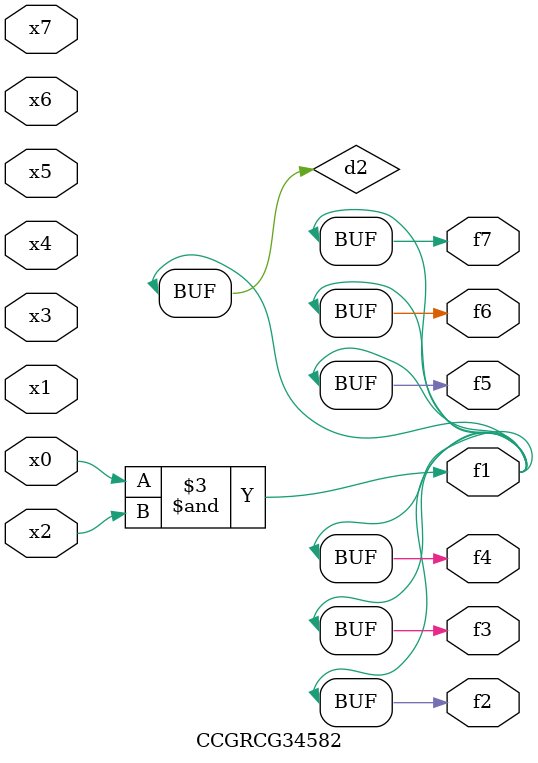
<source format=v>
module CCGRCG34582(
	input x0, x1, x2, x3, x4, x5, x6, x7,
	output f1, f2, f3, f4, f5, f6, f7
);

	wire d1, d2;

	nor (d1, x3, x6);
	and (d2, x0, x2);
	assign f1 = d2;
	assign f2 = d2;
	assign f3 = d2;
	assign f4 = d2;
	assign f5 = d2;
	assign f6 = d2;
	assign f7 = d2;
endmodule

</source>
